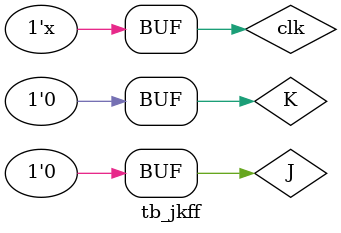
<source format=v>
module tb_jkff();

reg clk, J, K;
wire Q;

JKFF u1(clk, J, K, Q);

initial begin
    clk <= 0;
    #30 {J,K} <= 2'b00;
    #30 {J,K} <= 2'b01;
    #30 {J,K} <= 2'b00;
    #30 {J,K} <= 2'b10;
    #30 {J,K} <= 2'b00;
    #30 {J,K} <= 2'b11;
    #30 {J,K} <= 2'b00;
end

always begin
    #5 clk=~clk;
end

endmodule
</source>
